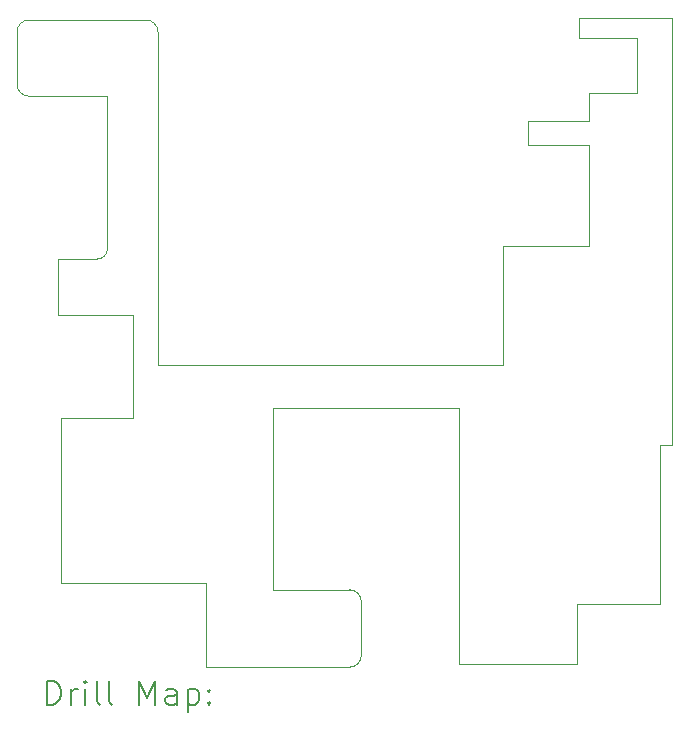
<source format=gbr>
%TF.GenerationSoftware,KiCad,Pcbnew,8.0.4*%
%TF.CreationDate,2024-09-13T22:37:37+02:00*%
%TF.ProjectId,WiiRegStripLite,57696952-6567-4537-9472-69704c697465,rev?*%
%TF.SameCoordinates,Original*%
%TF.FileFunction,Drillmap*%
%TF.FilePolarity,Positive*%
%FSLAX45Y45*%
G04 Gerber Fmt 4.5, Leading zero omitted, Abs format (unit mm)*
G04 Created by KiCad (PCBNEW 8.0.4) date 2024-09-13 22:37:37*
%MOMM*%
%LPD*%
G01*
G04 APERTURE LIST*
%ADD10C,0.100000*%
%ADD11C,0.200000*%
G04 APERTURE END LIST*
D10*
X18308000Y-10979000D02*
X18188000Y-10979000D01*
X16161581Y-15844024D02*
X15854307Y-15844024D01*
X13788000Y-12387000D02*
X13696000Y-12387000D01*
X14017540Y-12386878D02*
X14027482Y-12386878D01*
X18890000Y-10980000D02*
X18890000Y-13960000D01*
X13446379Y-11009441D02*
G75*
G02*
X13346379Y-10909455I1J100001D01*
G01*
X13696000Y-12864002D02*
X13695966Y-12468753D01*
X13346379Y-10909455D02*
X13346318Y-10465420D01*
X14539251Y-10465406D02*
X14539251Y-13284230D01*
X15854307Y-15844000D02*
X14950000Y-15844000D01*
X14112482Y-11009440D02*
X14112482Y-12301878D01*
X18188000Y-11217000D02*
X17702000Y-11217000D01*
X18599000Y-10347000D02*
X18892000Y-10347000D01*
X18890000Y-13960000D02*
X18790000Y-13960000D01*
X13696000Y-12387000D02*
X13695966Y-12468753D01*
X14032608Y-12864378D02*
X13696000Y-12864002D01*
X18191000Y-11419000D02*
X17669000Y-11419000D01*
X15514175Y-13648542D02*
X17090000Y-13650000D01*
X17090000Y-15240000D02*
X17090000Y-15820000D01*
X18090000Y-12280000D02*
X17667358Y-12280544D01*
X16261581Y-15744024D02*
X16261581Y-15288542D01*
X13446318Y-10365406D02*
X14439251Y-10365406D01*
X18790000Y-15310000D02*
X18090000Y-15310000D01*
X14017540Y-12386878D02*
X13788000Y-12387000D01*
X18108000Y-10346000D02*
X18308000Y-10346000D01*
X17459251Y-13284230D02*
X17459000Y-12280000D01*
X17090000Y-15820000D02*
X18090000Y-15820000D01*
X17669000Y-11217000D02*
X17702000Y-11217000D01*
X18188000Y-11217000D02*
X18188000Y-10979000D01*
X14112482Y-12301878D02*
G75*
G02*
X14027482Y-12386882I-85002J-2D01*
G01*
X15514175Y-15188542D02*
X15514175Y-13648542D01*
X13723000Y-13732000D02*
X13722000Y-15133000D01*
X14539251Y-13284230D02*
X17459251Y-13284230D01*
X17667358Y-12280544D02*
X17459000Y-12280000D01*
X18190000Y-12280000D02*
X18191000Y-11419000D01*
X13446379Y-11009441D02*
X14112482Y-11009441D01*
X18599000Y-10347000D02*
X18308000Y-10346000D01*
X16161581Y-15188542D02*
G75*
G02*
X16261578Y-15288542I-2J-99998D01*
G01*
X16161581Y-15188542D02*
X15514175Y-15188542D01*
X18890000Y-10980000D02*
X18892000Y-10347000D01*
X18790000Y-13960000D02*
X18790000Y-15310000D01*
X16261581Y-15744024D02*
G75*
G02*
X16161581Y-15844031I-99992J-16D01*
G01*
X17669000Y-11419000D02*
X17669000Y-11217000D01*
X18188000Y-10516000D02*
X18108000Y-10516000D01*
X14324358Y-12864378D02*
X14032608Y-12864378D01*
X18599000Y-10515000D02*
X18599000Y-10979500D01*
X14950000Y-15133000D02*
X14950000Y-15844000D01*
X18090000Y-15310000D02*
X18090000Y-15820000D01*
X18090000Y-12280000D02*
X18190000Y-12280000D01*
X18308000Y-10979000D02*
X18599000Y-10979500D01*
X17090000Y-13650000D02*
X17090000Y-15240000D01*
X13722000Y-15133000D02*
X14950000Y-15133000D01*
X14439251Y-10365406D02*
G75*
G02*
X14539254Y-10465406I-1J-100004D01*
G01*
X18108000Y-10516000D02*
X18108000Y-10346000D01*
X14324358Y-13731255D02*
X13723000Y-13732000D01*
X13346318Y-10465420D02*
G75*
G02*
X13446318Y-10365409I100002J10D01*
G01*
X14324358Y-12864378D02*
X14324358Y-13731255D01*
X18188000Y-10516000D02*
X18599000Y-10515000D01*
D11*
X13602095Y-16160515D02*
X13602095Y-15960515D01*
X13602095Y-15960515D02*
X13649714Y-15960515D01*
X13649714Y-15960515D02*
X13678286Y-15970039D01*
X13678286Y-15970039D02*
X13697333Y-15989087D01*
X13697333Y-15989087D02*
X13706857Y-16008134D01*
X13706857Y-16008134D02*
X13716381Y-16046229D01*
X13716381Y-16046229D02*
X13716381Y-16074801D01*
X13716381Y-16074801D02*
X13706857Y-16112896D01*
X13706857Y-16112896D02*
X13697333Y-16131944D01*
X13697333Y-16131944D02*
X13678286Y-16150991D01*
X13678286Y-16150991D02*
X13649714Y-16160515D01*
X13649714Y-16160515D02*
X13602095Y-16160515D01*
X13802095Y-16160515D02*
X13802095Y-16027182D01*
X13802095Y-16065277D02*
X13811619Y-16046229D01*
X13811619Y-16046229D02*
X13821143Y-16036706D01*
X13821143Y-16036706D02*
X13840190Y-16027182D01*
X13840190Y-16027182D02*
X13859238Y-16027182D01*
X13925905Y-16160515D02*
X13925905Y-16027182D01*
X13925905Y-15960515D02*
X13916381Y-15970039D01*
X13916381Y-15970039D02*
X13925905Y-15979563D01*
X13925905Y-15979563D02*
X13935429Y-15970039D01*
X13935429Y-15970039D02*
X13925905Y-15960515D01*
X13925905Y-15960515D02*
X13925905Y-15979563D01*
X14049714Y-16160515D02*
X14030667Y-16150991D01*
X14030667Y-16150991D02*
X14021143Y-16131944D01*
X14021143Y-16131944D02*
X14021143Y-15960515D01*
X14154476Y-16160515D02*
X14135429Y-16150991D01*
X14135429Y-16150991D02*
X14125905Y-16131944D01*
X14125905Y-16131944D02*
X14125905Y-15960515D01*
X14383048Y-16160515D02*
X14383048Y-15960515D01*
X14383048Y-15960515D02*
X14449714Y-16103372D01*
X14449714Y-16103372D02*
X14516381Y-15960515D01*
X14516381Y-15960515D02*
X14516381Y-16160515D01*
X14697333Y-16160515D02*
X14697333Y-16055753D01*
X14697333Y-16055753D02*
X14687810Y-16036706D01*
X14687810Y-16036706D02*
X14668762Y-16027182D01*
X14668762Y-16027182D02*
X14630667Y-16027182D01*
X14630667Y-16027182D02*
X14611619Y-16036706D01*
X14697333Y-16150991D02*
X14678286Y-16160515D01*
X14678286Y-16160515D02*
X14630667Y-16160515D01*
X14630667Y-16160515D02*
X14611619Y-16150991D01*
X14611619Y-16150991D02*
X14602095Y-16131944D01*
X14602095Y-16131944D02*
X14602095Y-16112896D01*
X14602095Y-16112896D02*
X14611619Y-16093849D01*
X14611619Y-16093849D02*
X14630667Y-16084325D01*
X14630667Y-16084325D02*
X14678286Y-16084325D01*
X14678286Y-16084325D02*
X14697333Y-16074801D01*
X14792571Y-16027182D02*
X14792571Y-16227182D01*
X14792571Y-16036706D02*
X14811619Y-16027182D01*
X14811619Y-16027182D02*
X14849714Y-16027182D01*
X14849714Y-16027182D02*
X14868762Y-16036706D01*
X14868762Y-16036706D02*
X14878286Y-16046229D01*
X14878286Y-16046229D02*
X14887810Y-16065277D01*
X14887810Y-16065277D02*
X14887810Y-16122420D01*
X14887810Y-16122420D02*
X14878286Y-16141468D01*
X14878286Y-16141468D02*
X14868762Y-16150991D01*
X14868762Y-16150991D02*
X14849714Y-16160515D01*
X14849714Y-16160515D02*
X14811619Y-16160515D01*
X14811619Y-16160515D02*
X14792571Y-16150991D01*
X14973524Y-16141468D02*
X14983048Y-16150991D01*
X14983048Y-16150991D02*
X14973524Y-16160515D01*
X14973524Y-16160515D02*
X14964000Y-16150991D01*
X14964000Y-16150991D02*
X14973524Y-16141468D01*
X14973524Y-16141468D02*
X14973524Y-16160515D01*
X14973524Y-16036706D02*
X14983048Y-16046229D01*
X14983048Y-16046229D02*
X14973524Y-16055753D01*
X14973524Y-16055753D02*
X14964000Y-16046229D01*
X14964000Y-16046229D02*
X14973524Y-16036706D01*
X14973524Y-16036706D02*
X14973524Y-16055753D01*
M02*

</source>
